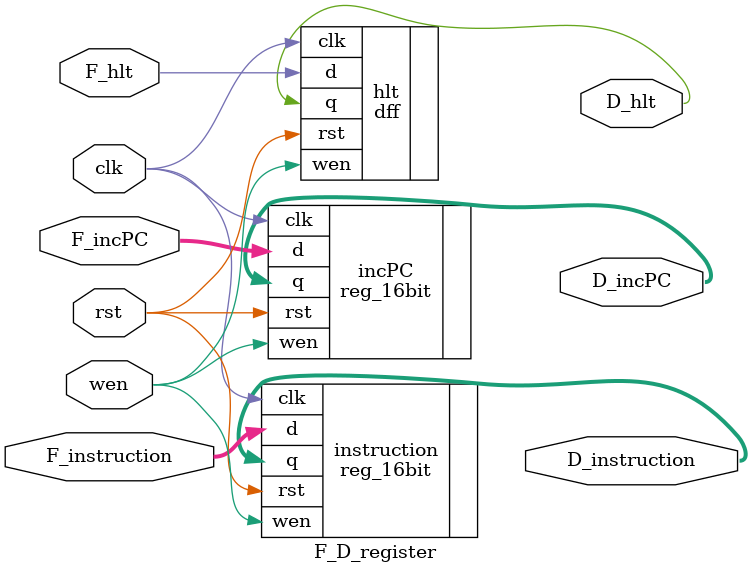
<source format=v>
module F_D_register(clk, rst, wen, F_instruction, F_incPC,F_hlt, D_instruction, D_incPC,D_hlt);
    input[15:0] F_instruction, F_incPC;
    input clk, rst, wen;
    output[15:0] D_instruction, D_incPC;
    input F_hlt;
    output D_hlt;

    reg_16bit instruction(.clk(clk), .rst(rst), .wen(wen), .d(F_instruction), .q(D_instruction));
    reg_16bit incPC(.clk(clk), .rst(rst), .wen(wen), .d(F_incPC), .q(D_incPC));
    dff hlt(.clk(clk), .rst(rst), .wen(wen), .d(F_hlt), .q(D_hlt));
endmodule

</source>
